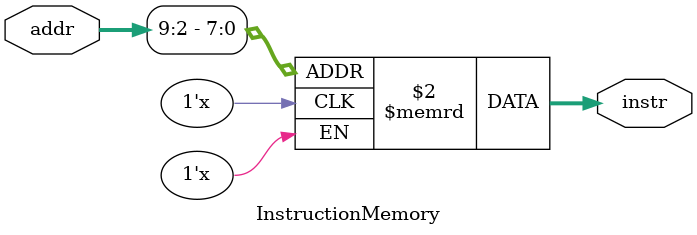
<source format=sv>
module InstructionMemory(
	input logic [31:0] addr, // Address from Program Counter
	output logic [31:0] instr // Fetched Instruction
);

logic [31:0] memory [0:255]; // ROM: 256 instructions max

always_comb begin 
	instr = memory[addr[9:2]]; // Word-aligned address access
end

endmodule 
</source>
